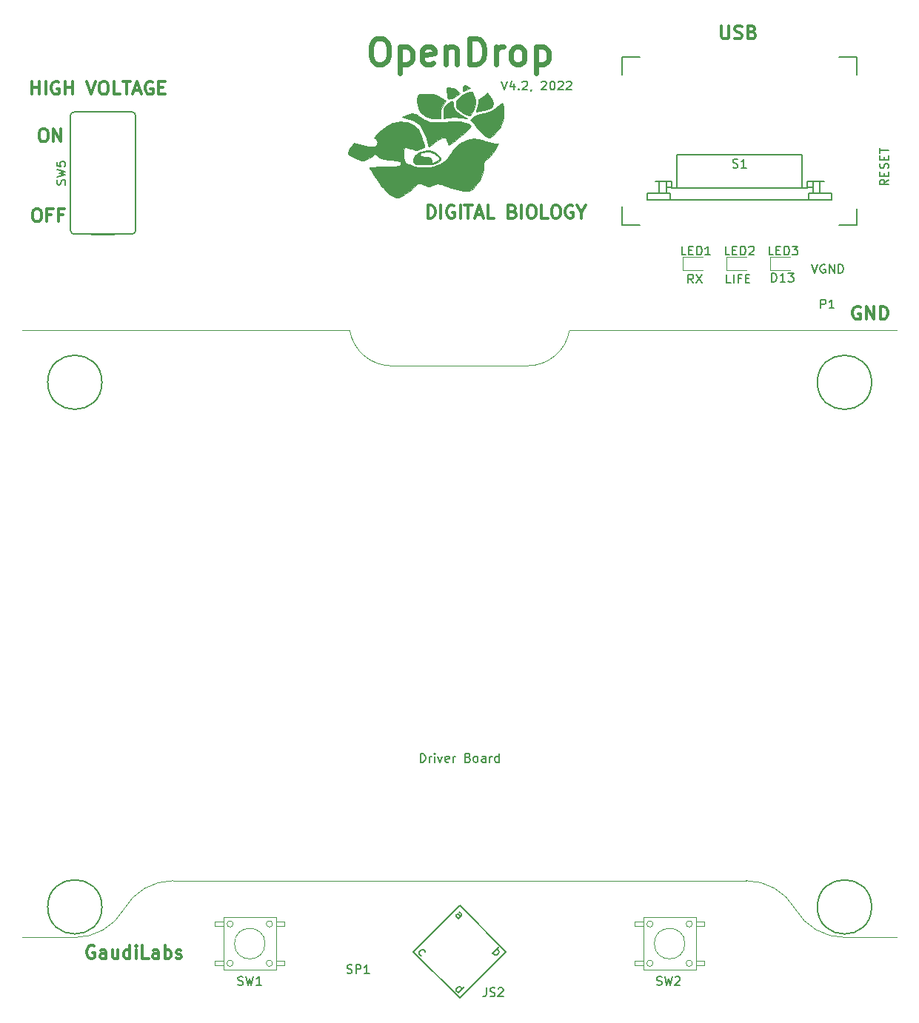
<source format=gbr>
G04 #@! TF.GenerationSoftware,KiCad,Pcbnew,5.1.5+dfsg1-2build2*
G04 #@! TF.CreationDate,2022-03-25T09:21:37+01:00*
G04 #@! TF.ProjectId,OpenDropV4,4f70656e-4472-46f7-9056-342e6b696361,rev?*
G04 #@! TF.SameCoordinates,Original*
G04 #@! TF.FileFunction,Legend,Top*
G04 #@! TF.FilePolarity,Positive*
%FSLAX46Y46*%
G04 Gerber Fmt 4.6, Leading zero omitted, Abs format (unit mm)*
G04 Created by KiCad (PCBNEW 5.1.5+dfsg1-2build2) date 2022-03-25 09:21:37*
%MOMM*%
%LPD*%
G04 APERTURE LIST*
%ADD10C,0.100000*%
%ADD11C,0.150000*%
%ADD12C,0.200000*%
%ADD13C,0.300000*%
%ADD14C,0.600000*%
%ADD15C,0.010000*%
%ADD16C,0.050000*%
%ADD17C,0.152400*%
%ADD18C,0.120000*%
G04 APERTURE END LIST*
D10*
X112600000Y-68000000D02*
X150000000Y-68000000D01*
X107716827Y-72115336D02*
G75*
G03X112570000Y-68027000I33173J4885336D01*
G01*
X92250000Y-72100000D02*
X107700000Y-72120000D01*
X92278753Y-72121673D02*
G75*
G02X87427000Y-68027000I-28753J4887673D01*
G01*
D11*
X95523809Y-117452380D02*
X95523809Y-116452380D01*
X95761904Y-116452380D01*
X95904761Y-116500000D01*
X96000000Y-116595238D01*
X96047619Y-116690476D01*
X96095238Y-116880952D01*
X96095238Y-117023809D01*
X96047619Y-117214285D01*
X96000000Y-117309523D01*
X95904761Y-117404761D01*
X95761904Y-117452380D01*
X95523809Y-117452380D01*
X96523809Y-117452380D02*
X96523809Y-116785714D01*
X96523809Y-116976190D02*
X96571428Y-116880952D01*
X96619047Y-116833333D01*
X96714285Y-116785714D01*
X96809523Y-116785714D01*
X97142857Y-117452380D02*
X97142857Y-116785714D01*
X97142857Y-116452380D02*
X97095238Y-116500000D01*
X97142857Y-116547619D01*
X97190476Y-116500000D01*
X97142857Y-116452380D01*
X97142857Y-116547619D01*
X97523809Y-116785714D02*
X97761904Y-117452380D01*
X98000000Y-116785714D01*
X98761904Y-117404761D02*
X98666666Y-117452380D01*
X98476190Y-117452380D01*
X98380952Y-117404761D01*
X98333333Y-117309523D01*
X98333333Y-116928571D01*
X98380952Y-116833333D01*
X98476190Y-116785714D01*
X98666666Y-116785714D01*
X98761904Y-116833333D01*
X98809523Y-116928571D01*
X98809523Y-117023809D01*
X98333333Y-117119047D01*
X99238095Y-117452380D02*
X99238095Y-116785714D01*
X99238095Y-116976190D02*
X99285714Y-116880952D01*
X99333333Y-116833333D01*
X99428571Y-116785714D01*
X99523809Y-116785714D01*
X100952380Y-116928571D02*
X101095238Y-116976190D01*
X101142857Y-117023809D01*
X101190476Y-117119047D01*
X101190476Y-117261904D01*
X101142857Y-117357142D01*
X101095238Y-117404761D01*
X101000000Y-117452380D01*
X100619047Y-117452380D01*
X100619047Y-116452380D01*
X100952380Y-116452380D01*
X101047619Y-116500000D01*
X101095238Y-116547619D01*
X101142857Y-116642857D01*
X101142857Y-116738095D01*
X101095238Y-116833333D01*
X101047619Y-116880952D01*
X100952380Y-116928571D01*
X100619047Y-116928571D01*
X101761904Y-117452380D02*
X101666666Y-117404761D01*
X101619047Y-117357142D01*
X101571428Y-117261904D01*
X101571428Y-116976190D01*
X101619047Y-116880952D01*
X101666666Y-116833333D01*
X101761904Y-116785714D01*
X101904761Y-116785714D01*
X102000000Y-116833333D01*
X102047619Y-116880952D01*
X102095238Y-116976190D01*
X102095238Y-117261904D01*
X102047619Y-117357142D01*
X102000000Y-117404761D01*
X101904761Y-117452380D01*
X101761904Y-117452380D01*
X102952380Y-117452380D02*
X102952380Y-116928571D01*
X102904761Y-116833333D01*
X102809523Y-116785714D01*
X102619047Y-116785714D01*
X102523809Y-116833333D01*
X102952380Y-117404761D02*
X102857142Y-117452380D01*
X102619047Y-117452380D01*
X102523809Y-117404761D01*
X102476190Y-117309523D01*
X102476190Y-117214285D01*
X102523809Y-117119047D01*
X102619047Y-117071428D01*
X102857142Y-117071428D01*
X102952380Y-117023809D01*
X103428571Y-117452380D02*
X103428571Y-116785714D01*
X103428571Y-116976190D02*
X103476190Y-116880952D01*
X103523809Y-116833333D01*
X103619047Y-116785714D01*
X103714285Y-116785714D01*
X104476190Y-117452380D02*
X104476190Y-116452380D01*
X104476190Y-117404761D02*
X104380952Y-117452380D01*
X104190476Y-117452380D01*
X104095238Y-117404761D01*
X104047619Y-117357142D01*
X104000000Y-117261904D01*
X104000000Y-116976190D01*
X104047619Y-116880952D01*
X104095238Y-116833333D01*
X104190476Y-116785714D01*
X104380952Y-116785714D01*
X104476190Y-116833333D01*
D10*
X144000000Y-137500000D02*
X150000000Y-137500000D01*
X132750417Y-130999277D02*
G75*
G02X138380000Y-134250000I-417J-6500723D01*
G01*
X144004583Y-137492062D02*
G75*
G02X138380000Y-134250000I-4583J6492062D01*
G01*
X61620835Y-134250000D02*
G75*
G02X67250000Y-131000000I5629165J-3250000D01*
G01*
X61629165Y-134250000D02*
G75*
G02X56000000Y-137500000I-5629165J3250000D01*
G01*
X50000000Y-137500000D02*
X56000000Y-137500000D01*
X67240000Y-131000000D02*
X132760000Y-131000000D01*
D11*
X149042380Y-50814380D02*
X148566190Y-51147714D01*
X149042380Y-51385809D02*
X148042380Y-51385809D01*
X148042380Y-51004857D01*
X148090000Y-50909619D01*
X148137619Y-50862000D01*
X148232857Y-50814380D01*
X148375714Y-50814380D01*
X148470952Y-50862000D01*
X148518571Y-50909619D01*
X148566190Y-51004857D01*
X148566190Y-51385809D01*
X148518571Y-50385809D02*
X148518571Y-50052476D01*
X149042380Y-49909619D02*
X149042380Y-50385809D01*
X148042380Y-50385809D01*
X148042380Y-49909619D01*
X148994761Y-49528666D02*
X149042380Y-49385809D01*
X149042380Y-49147714D01*
X148994761Y-49052476D01*
X148947142Y-49004857D01*
X148851904Y-48957238D01*
X148756666Y-48957238D01*
X148661428Y-49004857D01*
X148613809Y-49052476D01*
X148566190Y-49147714D01*
X148518571Y-49338190D01*
X148470952Y-49433428D01*
X148423333Y-49481047D01*
X148328095Y-49528666D01*
X148232857Y-49528666D01*
X148137619Y-49481047D01*
X148090000Y-49433428D01*
X148042380Y-49338190D01*
X148042380Y-49100095D01*
X148090000Y-48957238D01*
X148518571Y-48528666D02*
X148518571Y-48195333D01*
X149042380Y-48052476D02*
X149042380Y-48528666D01*
X148042380Y-48528666D01*
X148042380Y-48052476D01*
X148042380Y-47766761D02*
X148042380Y-47195333D01*
X149042380Y-47481047D02*
X148042380Y-47481047D01*
D12*
X140255857Y-60498380D02*
X140589190Y-61498380D01*
X140922523Y-60498380D01*
X141779666Y-60546000D02*
X141684428Y-60498380D01*
X141541571Y-60498380D01*
X141398714Y-60546000D01*
X141303476Y-60641238D01*
X141255857Y-60736476D01*
X141208238Y-60926952D01*
X141208238Y-61069809D01*
X141255857Y-61260285D01*
X141303476Y-61355523D01*
X141398714Y-61450761D01*
X141541571Y-61498380D01*
X141636809Y-61498380D01*
X141779666Y-61450761D01*
X141827285Y-61403142D01*
X141827285Y-61069809D01*
X141636809Y-61069809D01*
X142255857Y-61498380D02*
X142255857Y-60498380D01*
X142827285Y-61498380D01*
X142827285Y-60498380D01*
X143303476Y-61498380D02*
X143303476Y-60498380D01*
X143541571Y-60498380D01*
X143684428Y-60546000D01*
X143779666Y-60641238D01*
X143827285Y-60736476D01*
X143874904Y-60926952D01*
X143874904Y-61069809D01*
X143827285Y-61260285D01*
X143779666Y-61355523D01*
X143684428Y-61450761D01*
X143541571Y-61498380D01*
X143303476Y-61498380D01*
X135691714Y-62514380D02*
X135691714Y-61514380D01*
X135929809Y-61514380D01*
X136072666Y-61562000D01*
X136167904Y-61657238D01*
X136215523Y-61752476D01*
X136263142Y-61942952D01*
X136263142Y-62085809D01*
X136215523Y-62276285D01*
X136167904Y-62371523D01*
X136072666Y-62466761D01*
X135929809Y-62514380D01*
X135691714Y-62514380D01*
X137215523Y-62514380D02*
X136644095Y-62514380D01*
X136929809Y-62514380D02*
X136929809Y-61514380D01*
X136834571Y-61657238D01*
X136739333Y-61752476D01*
X136644095Y-61800095D01*
X137548857Y-61514380D02*
X138167904Y-61514380D01*
X137834571Y-61895333D01*
X137977428Y-61895333D01*
X138072666Y-61942952D01*
X138120285Y-61990571D01*
X138167904Y-62085809D01*
X138167904Y-62323904D01*
X138120285Y-62419142D01*
X138072666Y-62466761D01*
X137977428Y-62514380D01*
X137691714Y-62514380D01*
X137596476Y-62466761D01*
X137548857Y-62419142D01*
X131016476Y-62641380D02*
X130540285Y-62641380D01*
X130540285Y-61641380D01*
X131349809Y-62641380D02*
X131349809Y-61641380D01*
X132159333Y-62117571D02*
X131826000Y-62117571D01*
X131826000Y-62641380D02*
X131826000Y-61641380D01*
X132302190Y-61641380D01*
X132683142Y-62117571D02*
X133016476Y-62117571D01*
X133159333Y-62641380D02*
X132683142Y-62641380D01*
X132683142Y-61641380D01*
X133159333Y-61641380D01*
D13*
X129933142Y-33214571D02*
X129933142Y-34428857D01*
X130004571Y-34571714D01*
X130076000Y-34643142D01*
X130218857Y-34714571D01*
X130504571Y-34714571D01*
X130647428Y-34643142D01*
X130718857Y-34571714D01*
X130790285Y-34428857D01*
X130790285Y-33214571D01*
X131433142Y-34643142D02*
X131647428Y-34714571D01*
X132004571Y-34714571D01*
X132147428Y-34643142D01*
X132218857Y-34571714D01*
X132290285Y-34428857D01*
X132290285Y-34286000D01*
X132218857Y-34143142D01*
X132147428Y-34071714D01*
X132004571Y-34000285D01*
X131718857Y-33928857D01*
X131576000Y-33857428D01*
X131504571Y-33786000D01*
X131433142Y-33643142D01*
X131433142Y-33500285D01*
X131504571Y-33357428D01*
X131576000Y-33286000D01*
X131718857Y-33214571D01*
X132076000Y-33214571D01*
X132290285Y-33286000D01*
X133433142Y-33928857D02*
X133647428Y-34000285D01*
X133718857Y-34071714D01*
X133790285Y-34214571D01*
X133790285Y-34428857D01*
X133718857Y-34571714D01*
X133647428Y-34643142D01*
X133504571Y-34714571D01*
X132933142Y-34714571D01*
X132933142Y-33214571D01*
X133433142Y-33214571D01*
X133576000Y-33286000D01*
X133647428Y-33357428D01*
X133718857Y-33500285D01*
X133718857Y-33643142D01*
X133647428Y-33786000D01*
X133576000Y-33857428D01*
X133433142Y-33928857D01*
X132933142Y-33928857D01*
X58217571Y-138493000D02*
X58074714Y-138421571D01*
X57860428Y-138421571D01*
X57646142Y-138493000D01*
X57503285Y-138635857D01*
X57431857Y-138778714D01*
X57360428Y-139064428D01*
X57360428Y-139278714D01*
X57431857Y-139564428D01*
X57503285Y-139707285D01*
X57646142Y-139850142D01*
X57860428Y-139921571D01*
X58003285Y-139921571D01*
X58217571Y-139850142D01*
X58289000Y-139778714D01*
X58289000Y-139278714D01*
X58003285Y-139278714D01*
X59574714Y-139921571D02*
X59574714Y-139135857D01*
X59503285Y-138993000D01*
X59360428Y-138921571D01*
X59074714Y-138921571D01*
X58931857Y-138993000D01*
X59574714Y-139850142D02*
X59431857Y-139921571D01*
X59074714Y-139921571D01*
X58931857Y-139850142D01*
X58860428Y-139707285D01*
X58860428Y-139564428D01*
X58931857Y-139421571D01*
X59074714Y-139350142D01*
X59431857Y-139350142D01*
X59574714Y-139278714D01*
X60931857Y-138921571D02*
X60931857Y-139921571D01*
X60289000Y-138921571D02*
X60289000Y-139707285D01*
X60360428Y-139850142D01*
X60503285Y-139921571D01*
X60717571Y-139921571D01*
X60860428Y-139850142D01*
X60931857Y-139778714D01*
X62289000Y-139921571D02*
X62289000Y-138421571D01*
X62289000Y-139850142D02*
X62146142Y-139921571D01*
X61860428Y-139921571D01*
X61717571Y-139850142D01*
X61646142Y-139778714D01*
X61574714Y-139635857D01*
X61574714Y-139207285D01*
X61646142Y-139064428D01*
X61717571Y-138993000D01*
X61860428Y-138921571D01*
X62146142Y-138921571D01*
X62289000Y-138993000D01*
X63003285Y-139921571D02*
X63003285Y-138921571D01*
X63003285Y-138421571D02*
X62931857Y-138493000D01*
X63003285Y-138564428D01*
X63074714Y-138493000D01*
X63003285Y-138421571D01*
X63003285Y-138564428D01*
X64431857Y-139921571D02*
X63717571Y-139921571D01*
X63717571Y-138421571D01*
X65574714Y-139921571D02*
X65574714Y-139135857D01*
X65503285Y-138993000D01*
X65360428Y-138921571D01*
X65074714Y-138921571D01*
X64931857Y-138993000D01*
X65574714Y-139850142D02*
X65431857Y-139921571D01*
X65074714Y-139921571D01*
X64931857Y-139850142D01*
X64860428Y-139707285D01*
X64860428Y-139564428D01*
X64931857Y-139421571D01*
X65074714Y-139350142D01*
X65431857Y-139350142D01*
X65574714Y-139278714D01*
X66289000Y-139921571D02*
X66289000Y-138421571D01*
X66289000Y-138993000D02*
X66431857Y-138921571D01*
X66717571Y-138921571D01*
X66860428Y-138993000D01*
X66931857Y-139064428D01*
X67003285Y-139207285D01*
X67003285Y-139635857D01*
X66931857Y-139778714D01*
X66860428Y-139850142D01*
X66717571Y-139921571D01*
X66431857Y-139921571D01*
X66289000Y-139850142D01*
X67574714Y-139850142D02*
X67717571Y-139921571D01*
X68003285Y-139921571D01*
X68146142Y-139850142D01*
X68217571Y-139707285D01*
X68217571Y-139635857D01*
X68146142Y-139493000D01*
X68003285Y-139421571D01*
X67789000Y-139421571D01*
X67646142Y-139350142D01*
X67574714Y-139207285D01*
X67574714Y-139135857D01*
X67646142Y-138993000D01*
X67789000Y-138921571D01*
X68003285Y-138921571D01*
X68146142Y-138993000D01*
D12*
X104791380Y-39543380D02*
X105124714Y-40543380D01*
X105458047Y-39543380D01*
X106219952Y-39876714D02*
X106219952Y-40543380D01*
X105981857Y-39495761D02*
X105743761Y-40210047D01*
X106362809Y-40210047D01*
X106743761Y-40448142D02*
X106791380Y-40495761D01*
X106743761Y-40543380D01*
X106696142Y-40495761D01*
X106743761Y-40448142D01*
X106743761Y-40543380D01*
X107172333Y-39638619D02*
X107219952Y-39591000D01*
X107315190Y-39543380D01*
X107553285Y-39543380D01*
X107648523Y-39591000D01*
X107696142Y-39638619D01*
X107743761Y-39733857D01*
X107743761Y-39829095D01*
X107696142Y-39971952D01*
X107124714Y-40543380D01*
X107743761Y-40543380D01*
X108219952Y-40495761D02*
X108219952Y-40543380D01*
X108172333Y-40638619D01*
X108124714Y-40686238D01*
X109362809Y-39638619D02*
X109410428Y-39591000D01*
X109505666Y-39543380D01*
X109743761Y-39543380D01*
X109839000Y-39591000D01*
X109886619Y-39638619D01*
X109934238Y-39733857D01*
X109934238Y-39829095D01*
X109886619Y-39971952D01*
X109315190Y-40543380D01*
X109934238Y-40543380D01*
X110553285Y-39543380D02*
X110648523Y-39543380D01*
X110743761Y-39591000D01*
X110791380Y-39638619D01*
X110839000Y-39733857D01*
X110886619Y-39924333D01*
X110886619Y-40162428D01*
X110839000Y-40352904D01*
X110791380Y-40448142D01*
X110743761Y-40495761D01*
X110648523Y-40543380D01*
X110553285Y-40543380D01*
X110458047Y-40495761D01*
X110410428Y-40448142D01*
X110362809Y-40352904D01*
X110315190Y-40162428D01*
X110315190Y-39924333D01*
X110362809Y-39733857D01*
X110410428Y-39638619D01*
X110458047Y-39591000D01*
X110553285Y-39543380D01*
X111267571Y-39638619D02*
X111315190Y-39591000D01*
X111410428Y-39543380D01*
X111648523Y-39543380D01*
X111743761Y-39591000D01*
X111791380Y-39638619D01*
X111839000Y-39733857D01*
X111839000Y-39829095D01*
X111791380Y-39971952D01*
X111219952Y-40543380D01*
X111839000Y-40543380D01*
X112219952Y-39638619D02*
X112267571Y-39591000D01*
X112362809Y-39543380D01*
X112600904Y-39543380D01*
X112696142Y-39591000D01*
X112743761Y-39638619D01*
X112791380Y-39733857D01*
X112791380Y-39829095D01*
X112743761Y-39971952D01*
X112172333Y-40543380D01*
X112791380Y-40543380D01*
D13*
X145796142Y-65376000D02*
X145653285Y-65304571D01*
X145439000Y-65304571D01*
X145224714Y-65376000D01*
X145081857Y-65518857D01*
X145010428Y-65661714D01*
X144939000Y-65947428D01*
X144939000Y-66161714D01*
X145010428Y-66447428D01*
X145081857Y-66590285D01*
X145224714Y-66733142D01*
X145439000Y-66804571D01*
X145581857Y-66804571D01*
X145796142Y-66733142D01*
X145867571Y-66661714D01*
X145867571Y-66161714D01*
X145581857Y-66161714D01*
X146510428Y-66804571D02*
X146510428Y-65304571D01*
X147367571Y-66804571D01*
X147367571Y-65304571D01*
X148081857Y-66804571D02*
X148081857Y-65304571D01*
X148439000Y-65304571D01*
X148653285Y-65376000D01*
X148796142Y-65518857D01*
X148867571Y-65661714D01*
X148939000Y-65947428D01*
X148939000Y-66161714D01*
X148867571Y-66447428D01*
X148796142Y-66590285D01*
X148653285Y-66733142D01*
X148439000Y-66804571D01*
X148081857Y-66804571D01*
D12*
X126706333Y-62641380D02*
X126373000Y-62165190D01*
X126134904Y-62641380D02*
X126134904Y-61641380D01*
X126515857Y-61641380D01*
X126611095Y-61689000D01*
X126658714Y-61736619D01*
X126706333Y-61831857D01*
X126706333Y-61974714D01*
X126658714Y-62069952D01*
X126611095Y-62117571D01*
X126515857Y-62165190D01*
X126134904Y-62165190D01*
X127039666Y-61641380D02*
X127706333Y-62641380D01*
X127706333Y-61641380D02*
X127039666Y-62641380D01*
D13*
X51530428Y-54128571D02*
X51816142Y-54128571D01*
X51959000Y-54200000D01*
X52101857Y-54342857D01*
X52173285Y-54628571D01*
X52173285Y-55128571D01*
X52101857Y-55414285D01*
X51959000Y-55557142D01*
X51816142Y-55628571D01*
X51530428Y-55628571D01*
X51387571Y-55557142D01*
X51244714Y-55414285D01*
X51173285Y-55128571D01*
X51173285Y-54628571D01*
X51244714Y-54342857D01*
X51387571Y-54200000D01*
X51530428Y-54128571D01*
X53316142Y-54842857D02*
X52816142Y-54842857D01*
X52816142Y-55628571D02*
X52816142Y-54128571D01*
X53530428Y-54128571D01*
X54601857Y-54842857D02*
X54101857Y-54842857D01*
X54101857Y-55628571D02*
X54101857Y-54128571D01*
X54816142Y-54128571D01*
X52284428Y-44984571D02*
X52570142Y-44984571D01*
X52713000Y-45056000D01*
X52855857Y-45198857D01*
X52927285Y-45484571D01*
X52927285Y-45984571D01*
X52855857Y-46270285D01*
X52713000Y-46413142D01*
X52570142Y-46484571D01*
X52284428Y-46484571D01*
X52141571Y-46413142D01*
X51998714Y-46270285D01*
X51927285Y-45984571D01*
X51927285Y-45484571D01*
X51998714Y-45198857D01*
X52141571Y-45056000D01*
X52284428Y-44984571D01*
X53570142Y-46484571D02*
X53570142Y-44984571D01*
X54427285Y-46484571D01*
X54427285Y-44984571D01*
X51102571Y-41064571D02*
X51102571Y-39564571D01*
X51102571Y-40278857D02*
X51959714Y-40278857D01*
X51959714Y-41064571D02*
X51959714Y-39564571D01*
X52674000Y-41064571D02*
X52674000Y-39564571D01*
X54174000Y-39636000D02*
X54031142Y-39564571D01*
X53816857Y-39564571D01*
X53602571Y-39636000D01*
X53459714Y-39778857D01*
X53388285Y-39921714D01*
X53316857Y-40207428D01*
X53316857Y-40421714D01*
X53388285Y-40707428D01*
X53459714Y-40850285D01*
X53602571Y-40993142D01*
X53816857Y-41064571D01*
X53959714Y-41064571D01*
X54174000Y-40993142D01*
X54245428Y-40921714D01*
X54245428Y-40421714D01*
X53959714Y-40421714D01*
X54888285Y-41064571D02*
X54888285Y-39564571D01*
X54888285Y-40278857D02*
X55745428Y-40278857D01*
X55745428Y-41064571D02*
X55745428Y-39564571D01*
X57388285Y-39564571D02*
X57888285Y-41064571D01*
X58388285Y-39564571D01*
X59174000Y-39564571D02*
X59459714Y-39564571D01*
X59602571Y-39636000D01*
X59745428Y-39778857D01*
X59816857Y-40064571D01*
X59816857Y-40564571D01*
X59745428Y-40850285D01*
X59602571Y-40993142D01*
X59459714Y-41064571D01*
X59174000Y-41064571D01*
X59031142Y-40993142D01*
X58888285Y-40850285D01*
X58816857Y-40564571D01*
X58816857Y-40064571D01*
X58888285Y-39778857D01*
X59031142Y-39636000D01*
X59174000Y-39564571D01*
X61174000Y-41064571D02*
X60459714Y-41064571D01*
X60459714Y-39564571D01*
X61459714Y-39564571D02*
X62316857Y-39564571D01*
X61888285Y-41064571D02*
X61888285Y-39564571D01*
X62745428Y-40636000D02*
X63459714Y-40636000D01*
X62602571Y-41064571D02*
X63102571Y-39564571D01*
X63602571Y-41064571D01*
X64888285Y-39636000D02*
X64745428Y-39564571D01*
X64531142Y-39564571D01*
X64316857Y-39636000D01*
X64174000Y-39778857D01*
X64102571Y-39921714D01*
X64031142Y-40207428D01*
X64031142Y-40421714D01*
X64102571Y-40707428D01*
X64174000Y-40850285D01*
X64316857Y-40993142D01*
X64531142Y-41064571D01*
X64674000Y-41064571D01*
X64888285Y-40993142D01*
X64959714Y-40921714D01*
X64959714Y-40421714D01*
X64674000Y-40421714D01*
X65602571Y-40278857D02*
X66102571Y-40278857D01*
X66316857Y-41064571D02*
X65602571Y-41064571D01*
X65602571Y-39564571D01*
X66316857Y-39564571D01*
D14*
X90571428Y-34638142D02*
X91142857Y-34638142D01*
X91428571Y-34781000D01*
X91714285Y-35066714D01*
X91857142Y-35638142D01*
X91857142Y-36638142D01*
X91714285Y-37209571D01*
X91428571Y-37495285D01*
X91142857Y-37638142D01*
X90571428Y-37638142D01*
X90285714Y-37495285D01*
X90000000Y-37209571D01*
X89857142Y-36638142D01*
X89857142Y-35638142D01*
X90000000Y-35066714D01*
X90285714Y-34781000D01*
X90571428Y-34638142D01*
X93142857Y-35638142D02*
X93142857Y-38638142D01*
X93142857Y-35781000D02*
X93428571Y-35638142D01*
X94000000Y-35638142D01*
X94285714Y-35781000D01*
X94428571Y-35923857D01*
X94571428Y-36209571D01*
X94571428Y-37066714D01*
X94428571Y-37352428D01*
X94285714Y-37495285D01*
X94000000Y-37638142D01*
X93428571Y-37638142D01*
X93142857Y-37495285D01*
X97000000Y-37495285D02*
X96714285Y-37638142D01*
X96142857Y-37638142D01*
X95857142Y-37495285D01*
X95714285Y-37209571D01*
X95714285Y-36066714D01*
X95857142Y-35781000D01*
X96142857Y-35638142D01*
X96714285Y-35638142D01*
X97000000Y-35781000D01*
X97142857Y-36066714D01*
X97142857Y-36352428D01*
X95714285Y-36638142D01*
X98428571Y-35638142D02*
X98428571Y-37638142D01*
X98428571Y-35923857D02*
X98571428Y-35781000D01*
X98857142Y-35638142D01*
X99285714Y-35638142D01*
X99571428Y-35781000D01*
X99714285Y-36066714D01*
X99714285Y-37638142D01*
X101142857Y-37638142D02*
X101142857Y-34638142D01*
X101857142Y-34638142D01*
X102285714Y-34781000D01*
X102571428Y-35066714D01*
X102714285Y-35352428D01*
X102857142Y-35923857D01*
X102857142Y-36352428D01*
X102714285Y-36923857D01*
X102571428Y-37209571D01*
X102285714Y-37495285D01*
X101857142Y-37638142D01*
X101142857Y-37638142D01*
X104142857Y-37638142D02*
X104142857Y-35638142D01*
X104142857Y-36209571D02*
X104285714Y-35923857D01*
X104428571Y-35781000D01*
X104714285Y-35638142D01*
X105000000Y-35638142D01*
X106428571Y-37638142D02*
X106142857Y-37495285D01*
X106000000Y-37352428D01*
X105857142Y-37066714D01*
X105857142Y-36209571D01*
X106000000Y-35923857D01*
X106142857Y-35781000D01*
X106428571Y-35638142D01*
X106857142Y-35638142D01*
X107142857Y-35781000D01*
X107285714Y-35923857D01*
X107428571Y-36209571D01*
X107428571Y-37066714D01*
X107285714Y-37352428D01*
X107142857Y-37495285D01*
X106857142Y-37638142D01*
X106428571Y-37638142D01*
X108714285Y-35638142D02*
X108714285Y-38638142D01*
X108714285Y-35781000D02*
X109000000Y-35638142D01*
X109571428Y-35638142D01*
X109857142Y-35781000D01*
X110000000Y-35923857D01*
X110142857Y-36209571D01*
X110142857Y-37066714D01*
X110000000Y-37352428D01*
X109857142Y-37495285D01*
X109571428Y-37638142D01*
X109000000Y-37638142D01*
X108714285Y-37495285D01*
D13*
X96354428Y-55247571D02*
X96354428Y-53747571D01*
X96711571Y-53747571D01*
X96925857Y-53819000D01*
X97068714Y-53961857D01*
X97140142Y-54104714D01*
X97211571Y-54390428D01*
X97211571Y-54604714D01*
X97140142Y-54890428D01*
X97068714Y-55033285D01*
X96925857Y-55176142D01*
X96711571Y-55247571D01*
X96354428Y-55247571D01*
X97854428Y-55247571D02*
X97854428Y-53747571D01*
X99354428Y-53819000D02*
X99211571Y-53747571D01*
X98997285Y-53747571D01*
X98783000Y-53819000D01*
X98640142Y-53961857D01*
X98568714Y-54104714D01*
X98497285Y-54390428D01*
X98497285Y-54604714D01*
X98568714Y-54890428D01*
X98640142Y-55033285D01*
X98783000Y-55176142D01*
X98997285Y-55247571D01*
X99140142Y-55247571D01*
X99354428Y-55176142D01*
X99425857Y-55104714D01*
X99425857Y-54604714D01*
X99140142Y-54604714D01*
X100068714Y-55247571D02*
X100068714Y-53747571D01*
X100568714Y-53747571D02*
X101425857Y-53747571D01*
X100997285Y-55247571D02*
X100997285Y-53747571D01*
X101854428Y-54819000D02*
X102568714Y-54819000D01*
X101711571Y-55247571D02*
X102211571Y-53747571D01*
X102711571Y-55247571D01*
X103925857Y-55247571D02*
X103211571Y-55247571D01*
X103211571Y-53747571D01*
X106068714Y-54461857D02*
X106283000Y-54533285D01*
X106354428Y-54604714D01*
X106425857Y-54747571D01*
X106425857Y-54961857D01*
X106354428Y-55104714D01*
X106283000Y-55176142D01*
X106140142Y-55247571D01*
X105568714Y-55247571D01*
X105568714Y-53747571D01*
X106068714Y-53747571D01*
X106211571Y-53819000D01*
X106283000Y-53890428D01*
X106354428Y-54033285D01*
X106354428Y-54176142D01*
X106283000Y-54319000D01*
X106211571Y-54390428D01*
X106068714Y-54461857D01*
X105568714Y-54461857D01*
X107068714Y-55247571D02*
X107068714Y-53747571D01*
X108068714Y-53747571D02*
X108354428Y-53747571D01*
X108497285Y-53819000D01*
X108640142Y-53961857D01*
X108711571Y-54247571D01*
X108711571Y-54747571D01*
X108640142Y-55033285D01*
X108497285Y-55176142D01*
X108354428Y-55247571D01*
X108068714Y-55247571D01*
X107925857Y-55176142D01*
X107783000Y-55033285D01*
X107711571Y-54747571D01*
X107711571Y-54247571D01*
X107783000Y-53961857D01*
X107925857Y-53819000D01*
X108068714Y-53747571D01*
X110068714Y-55247571D02*
X109354428Y-55247571D01*
X109354428Y-53747571D01*
X110854428Y-53747571D02*
X111140142Y-53747571D01*
X111283000Y-53819000D01*
X111425857Y-53961857D01*
X111497285Y-54247571D01*
X111497285Y-54747571D01*
X111425857Y-55033285D01*
X111283000Y-55176142D01*
X111140142Y-55247571D01*
X110854428Y-55247571D01*
X110711571Y-55176142D01*
X110568714Y-55033285D01*
X110497285Y-54747571D01*
X110497285Y-54247571D01*
X110568714Y-53961857D01*
X110711571Y-53819000D01*
X110854428Y-53747571D01*
X112925857Y-53819000D02*
X112783000Y-53747571D01*
X112568714Y-53747571D01*
X112354428Y-53819000D01*
X112211571Y-53961857D01*
X112140142Y-54104714D01*
X112068714Y-54390428D01*
X112068714Y-54604714D01*
X112140142Y-54890428D01*
X112211571Y-55033285D01*
X112354428Y-55176142D01*
X112568714Y-55247571D01*
X112711571Y-55247571D01*
X112925857Y-55176142D01*
X112997285Y-55104714D01*
X112997285Y-54604714D01*
X112711571Y-54604714D01*
X113925857Y-54533285D02*
X113925857Y-55247571D01*
X113425857Y-53747571D02*
X113925857Y-54533285D01*
X114425857Y-53747571D01*
D10*
X50000000Y-68000000D02*
X87440000Y-68000000D01*
D11*
X59100000Y-134000000D02*
G75*
G03X59100000Y-134000000I-3100000J0D01*
G01*
D15*
G36*
X100639585Y-40006138D02*
G01*
X100788163Y-40086581D01*
X100923026Y-40175785D01*
X101223906Y-40389703D01*
X100820101Y-40526101D01*
X100609382Y-40595253D01*
X100448386Y-40644331D01*
X100373148Y-40662500D01*
X100342111Y-40607636D01*
X100330936Y-40487875D01*
X100359982Y-40301548D01*
X100430541Y-40123704D01*
X100520543Y-40003893D01*
X100555448Y-39983823D01*
X100639585Y-40006138D01*
G37*
X100639585Y-40006138D02*
X100788163Y-40086581D01*
X100923026Y-40175785D01*
X101223906Y-40389703D01*
X100820101Y-40526101D01*
X100609382Y-40595253D01*
X100448386Y-40644331D01*
X100373148Y-40662500D01*
X100342111Y-40607636D01*
X100330936Y-40487875D01*
X100359982Y-40301548D01*
X100430541Y-40123704D01*
X100520543Y-40003893D01*
X100555448Y-39983823D01*
X100639585Y-40006138D01*
G36*
X98821389Y-40257366D02*
G01*
X99036131Y-40307818D01*
X99260880Y-40375955D01*
X99459304Y-40452887D01*
X99504500Y-40474441D01*
X99698810Y-40596271D01*
X99870018Y-40740370D01*
X99879730Y-40750544D01*
X100032710Y-40914448D01*
X99725997Y-41185349D01*
X99462143Y-41383071D01*
X99221889Y-41482459D01*
X99160266Y-41494134D01*
X98968617Y-41529388D01*
X98819104Y-41569155D01*
X98796486Y-41577862D01*
X98717479Y-41580423D01*
X98652708Y-41492440D01*
X98610167Y-41381227D01*
X98572210Y-41212582D01*
X98544851Y-40985891D01*
X98529496Y-40738375D01*
X98527552Y-40507255D01*
X98540424Y-40329751D01*
X98567248Y-40245084D01*
X98652984Y-40233491D01*
X98821389Y-40257366D01*
G37*
X98821389Y-40257366D02*
X99036131Y-40307818D01*
X99260880Y-40375955D01*
X99459304Y-40452887D01*
X99504500Y-40474441D01*
X99698810Y-40596271D01*
X99870018Y-40740370D01*
X99879730Y-40750544D01*
X100032710Y-40914448D01*
X99725997Y-41185349D01*
X99462143Y-41383071D01*
X99221889Y-41482459D01*
X99160266Y-41494134D01*
X98968617Y-41529388D01*
X98819104Y-41569155D01*
X98796486Y-41577862D01*
X98717479Y-41580423D01*
X98652708Y-41492440D01*
X98610167Y-41381227D01*
X98572210Y-41212582D01*
X98544851Y-40985891D01*
X98529496Y-40738375D01*
X98527552Y-40507255D01*
X98540424Y-40329751D01*
X98567248Y-40245084D01*
X98652984Y-40233491D01*
X98821389Y-40257366D01*
G36*
X103359911Y-41139358D02*
G01*
X103618027Y-41477048D01*
X103766620Y-41778423D01*
X103810975Y-42061468D01*
X103756377Y-42344168D01*
X103732252Y-42406572D01*
X103649368Y-42553144D01*
X103525896Y-42666189D01*
X103340696Y-42755686D01*
X103072627Y-42831617D01*
X102700550Y-42903965D01*
X102666567Y-42909743D01*
X102390282Y-42958674D01*
X102153353Y-43004854D01*
X101989264Y-43041549D01*
X101941168Y-43055637D01*
X101865486Y-43067627D01*
X101874335Y-42995543D01*
X101882358Y-42975399D01*
X102037641Y-42498286D01*
X102105722Y-42044920D01*
X102108000Y-41955010D01*
X102113164Y-41756238D01*
X102142521Y-41643529D01*
X102216860Y-41575990D01*
X102326415Y-41525444D01*
X102493276Y-41431479D01*
X102696902Y-41283758D01*
X102842203Y-41160076D01*
X103139576Y-40885967D01*
X103359911Y-41139358D01*
G37*
X103359911Y-41139358D02*
X103618027Y-41477048D01*
X103766620Y-41778423D01*
X103810975Y-42061468D01*
X103756377Y-42344168D01*
X103732252Y-42406572D01*
X103649368Y-42553144D01*
X103525896Y-42666189D01*
X103340696Y-42755686D01*
X103072627Y-42831617D01*
X102700550Y-42903965D01*
X102666567Y-42909743D01*
X102390282Y-42958674D01*
X102153353Y-43004854D01*
X101989264Y-43041549D01*
X101941168Y-43055637D01*
X101865486Y-43067627D01*
X101874335Y-42995543D01*
X101882358Y-42975399D01*
X102037641Y-42498286D01*
X102105722Y-42044920D01*
X102108000Y-41955010D01*
X102113164Y-41756238D01*
X102142521Y-41643529D01*
X102216860Y-41575990D01*
X102326415Y-41525444D01*
X102493276Y-41431479D01*
X102696902Y-41283758D01*
X102842203Y-41160076D01*
X103139576Y-40885967D01*
X103359911Y-41139358D01*
G36*
X101437067Y-40757035D02*
G01*
X101504143Y-40844775D01*
X101585322Y-41023455D01*
X101586817Y-41026930D01*
X101740238Y-41447729D01*
X101808471Y-41811992D01*
X101796969Y-42152142D01*
X101786596Y-42214698D01*
X101730431Y-42424952D01*
X101638502Y-42673579D01*
X101524820Y-42932007D01*
X101403395Y-43171666D01*
X101288238Y-43363985D01*
X101193361Y-43480394D01*
X101155500Y-43501632D01*
X101039977Y-43487227D01*
X100866701Y-43434989D01*
X100806250Y-43411800D01*
X100525236Y-43274961D01*
X100227690Y-43093706D01*
X99956072Y-42896684D01*
X99752843Y-42712545D01*
X99727767Y-42684128D01*
X99600373Y-42440970D01*
X99565647Y-42151002D01*
X99624816Y-41855547D01*
X99698685Y-41704287D01*
X99901748Y-41460444D01*
X100192519Y-41219444D01*
X100533441Y-41005039D01*
X100886953Y-40840980D01*
X101203169Y-40752916D01*
X101348580Y-40734870D01*
X101437067Y-40757035D01*
G37*
X101437067Y-40757035D02*
X101504143Y-40844775D01*
X101585322Y-41023455D01*
X101586817Y-41026930D01*
X101740238Y-41447729D01*
X101808471Y-41811992D01*
X101796969Y-42152142D01*
X101786596Y-42214698D01*
X101730431Y-42424952D01*
X101638502Y-42673579D01*
X101524820Y-42932007D01*
X101403395Y-43171666D01*
X101288238Y-43363985D01*
X101193361Y-43480394D01*
X101155500Y-43501632D01*
X101039977Y-43487227D01*
X100866701Y-43434989D01*
X100806250Y-43411800D01*
X100525236Y-43274961D01*
X100227690Y-43093706D01*
X99956072Y-42896684D01*
X99752843Y-42712545D01*
X99727767Y-42684128D01*
X99600373Y-42440970D01*
X99565647Y-42151002D01*
X99624816Y-41855547D01*
X99698685Y-41704287D01*
X99901748Y-41460444D01*
X100192519Y-41219444D01*
X100533441Y-41005039D01*
X100886953Y-40840980D01*
X101203169Y-40752916D01*
X101348580Y-40734870D01*
X101437067Y-40757035D01*
G36*
X99212427Y-41847023D02*
G01*
X99245272Y-41972603D01*
X99250500Y-42125529D01*
X99294907Y-42477074D01*
X99433717Y-42788999D01*
X99675316Y-43071404D01*
X100028088Y-43334388D01*
X100441125Y-43559699D01*
X100709297Y-43694580D01*
X100860230Y-43783474D01*
X100894349Y-43828190D01*
X100812077Y-43830538D01*
X100613839Y-43792325D01*
X100488750Y-43762827D01*
X100266543Y-43727883D01*
X99954865Y-43703960D01*
X99590818Y-43691685D01*
X99211506Y-43691685D01*
X98854031Y-43704590D01*
X98561613Y-43730236D01*
X98158477Y-43781723D01*
X98180613Y-43179115D01*
X98203221Y-42831614D01*
X98252515Y-42577336D01*
X98345363Y-42382884D01*
X98498632Y-42214859D01*
X98729189Y-42039867D01*
X98770121Y-42011875D01*
X98992359Y-41870801D01*
X99133959Y-41814470D01*
X99212427Y-41847023D01*
G37*
X99212427Y-41847023D02*
X99245272Y-41972603D01*
X99250500Y-42125529D01*
X99294907Y-42477074D01*
X99433717Y-42788999D01*
X99675316Y-43071404D01*
X100028088Y-43334388D01*
X100441125Y-43559699D01*
X100709297Y-43694580D01*
X100860230Y-43783474D01*
X100894349Y-43828190D01*
X100812077Y-43830538D01*
X100613839Y-43792325D01*
X100488750Y-43762827D01*
X100266543Y-43727883D01*
X99954865Y-43703960D01*
X99590818Y-43691685D01*
X99211506Y-43691685D01*
X98854031Y-43704590D01*
X98561613Y-43730236D01*
X98158477Y-43781723D01*
X98180613Y-43179115D01*
X98203221Y-42831614D01*
X98252515Y-42577336D01*
X98345363Y-42382884D01*
X98498632Y-42214859D01*
X98729189Y-42039867D01*
X98770121Y-42011875D01*
X98992359Y-41870801D01*
X99133959Y-41814470D01*
X99212427Y-41847023D01*
G36*
X96430152Y-40996634D02*
G01*
X96750822Y-41014199D01*
X96989213Y-41043668D01*
X97190021Y-41094484D01*
X97397941Y-41176091D01*
X97499948Y-41222665D01*
X97755634Y-41353779D01*
X98002963Y-41499471D01*
X98177397Y-41620066D01*
X98425453Y-41816531D01*
X98205112Y-42073950D01*
X97962293Y-42445561D01*
X97828083Y-42870776D01*
X97799193Y-43360376D01*
X97801084Y-43398306D01*
X97825901Y-43837500D01*
X97347575Y-43831121D01*
X97074489Y-43820227D01*
X96817163Y-43797777D01*
X96631024Y-43768616D01*
X96630138Y-43768408D01*
X96222644Y-43622313D01*
X95857214Y-43395991D01*
X95558154Y-43110232D01*
X95349768Y-42785828D01*
X95288623Y-42620846D01*
X95202410Y-42239373D01*
X95154804Y-41864662D01*
X95149609Y-41537877D01*
X95172440Y-41363167D01*
X95221326Y-41219485D01*
X95310818Y-41132361D01*
X95481055Y-41065010D01*
X95506159Y-41057312D01*
X95793030Y-41006413D01*
X96196267Y-40991160D01*
X96430152Y-40996634D01*
G37*
X96430152Y-40996634D02*
X96750822Y-41014199D01*
X96989213Y-41043668D01*
X97190021Y-41094484D01*
X97397941Y-41176091D01*
X97499948Y-41222665D01*
X97755634Y-41353779D01*
X98002963Y-41499471D01*
X98177397Y-41620066D01*
X98425453Y-41816531D01*
X98205112Y-42073950D01*
X97962293Y-42445561D01*
X97828083Y-42870776D01*
X97799193Y-43360376D01*
X97801084Y-43398306D01*
X97825901Y-43837500D01*
X97347575Y-43831121D01*
X97074489Y-43820227D01*
X96817163Y-43797777D01*
X96631024Y-43768616D01*
X96630138Y-43768408D01*
X96222644Y-43622313D01*
X95857214Y-43395991D01*
X95558154Y-43110232D01*
X95349768Y-42785828D01*
X95288623Y-42620846D01*
X95202410Y-42239373D01*
X95154804Y-41864662D01*
X95149609Y-41537877D01*
X95172440Y-41363167D01*
X95221326Y-41219485D01*
X95310818Y-41132361D01*
X95481055Y-41065010D01*
X95506159Y-41057312D01*
X95793030Y-41006413D01*
X96196267Y-40991160D01*
X96430152Y-40996634D01*
G36*
X104859450Y-42059278D02*
G01*
X104899488Y-42114306D01*
X104911141Y-42135164D01*
X104948631Y-42261981D01*
X104982147Y-42482923D01*
X105007419Y-42765117D01*
X105016788Y-42948500D01*
X105008754Y-43527172D01*
X104933519Y-44031179D01*
X104783843Y-44497810D01*
X104666319Y-44753716D01*
X104564072Y-44915862D01*
X104405777Y-45121150D01*
X104211760Y-45348047D01*
X104002348Y-45575019D01*
X103797868Y-45780531D01*
X103618646Y-45943049D01*
X103485010Y-46041040D01*
X103433321Y-46059949D01*
X103327496Y-46033194D01*
X103159656Y-45965526D01*
X103073295Y-45924790D01*
X102840756Y-45775138D01*
X102567510Y-45545177D01*
X102280886Y-45261841D01*
X102008208Y-44952060D01*
X101785446Y-44655558D01*
X101629767Y-44439993D01*
X101473067Y-44244936D01*
X101360198Y-44123541D01*
X101187250Y-43963052D01*
X101377750Y-43804101D01*
X101702301Y-43562198D01*
X102019961Y-43396723D01*
X102379395Y-43286395D01*
X102693065Y-43228905D01*
X103187583Y-43127267D01*
X103604363Y-42972204D01*
X103985475Y-42743173D01*
X104372989Y-42419629D01*
X104397592Y-42396546D01*
X104599678Y-42207568D01*
X104730228Y-42095382D01*
X104809924Y-42049461D01*
X104859450Y-42059278D01*
G37*
X104859450Y-42059278D02*
X104899488Y-42114306D01*
X104911141Y-42135164D01*
X104948631Y-42261981D01*
X104982147Y-42482923D01*
X105007419Y-42765117D01*
X105016788Y-42948500D01*
X105008754Y-43527172D01*
X104933519Y-44031179D01*
X104783843Y-44497810D01*
X104666319Y-44753716D01*
X104564072Y-44915862D01*
X104405777Y-45121150D01*
X104211760Y-45348047D01*
X104002348Y-45575019D01*
X103797868Y-45780531D01*
X103618646Y-45943049D01*
X103485010Y-46041040D01*
X103433321Y-46059949D01*
X103327496Y-46033194D01*
X103159656Y-45965526D01*
X103073295Y-45924790D01*
X102840756Y-45775138D01*
X102567510Y-45545177D01*
X102280886Y-45261841D01*
X102008208Y-44952060D01*
X101785446Y-44655558D01*
X101629767Y-44439993D01*
X101473067Y-44244936D01*
X101360198Y-44123541D01*
X101187250Y-43963052D01*
X101377750Y-43804101D01*
X101702301Y-43562198D01*
X102019961Y-43396723D01*
X102379395Y-43286395D01*
X102693065Y-43228905D01*
X103187583Y-43127267D01*
X103604363Y-42972204D01*
X103985475Y-42743173D01*
X104372989Y-42419629D01*
X104397592Y-42396546D01*
X104599678Y-42207568D01*
X104730228Y-42095382D01*
X104809924Y-42049461D01*
X104859450Y-42059278D01*
G36*
X94890765Y-43282199D02*
G01*
X95161085Y-43413690D01*
X95209067Y-43447897D01*
X95617142Y-43742860D01*
X95961254Y-43961998D01*
X96271354Y-44114983D01*
X96577389Y-44211488D01*
X96909309Y-44261185D01*
X97297062Y-44273747D01*
X97726500Y-44260928D01*
X98097474Y-44239992D01*
X98484713Y-44211824D01*
X98836858Y-44180470D01*
X99056062Y-44156161D01*
X99573687Y-44119907D01*
X100061854Y-44152889D01*
X100072062Y-44154284D01*
X100359774Y-44210903D01*
X100650847Y-44296577D01*
X100915401Y-44399250D01*
X101123559Y-44506865D01*
X101245441Y-44607367D01*
X101260532Y-44633843D01*
X101241898Y-44760160D01*
X101113444Y-44948619D01*
X100875730Y-45198556D01*
X100529319Y-45509305D01*
X100497208Y-45536535D01*
X100188068Y-45792515D01*
X99872494Y-46044633D01*
X99566505Y-46281077D01*
X99286117Y-46490038D01*
X99047349Y-46659706D01*
X98866218Y-46778270D01*
X98758743Y-46833920D01*
X98737329Y-46834132D01*
X98699261Y-46751026D01*
X98645527Y-46591402D01*
X98619941Y-46504500D01*
X98508440Y-46216581D01*
X98368323Y-46048751D01*
X98203050Y-45996500D01*
X98014185Y-46037375D01*
X97761090Y-46149133D01*
X97471883Y-46315476D01*
X97174680Y-46520104D01*
X96897599Y-46746716D01*
X96877675Y-46764820D01*
X96659021Y-46954080D01*
X96509664Y-47058759D01*
X96436473Y-47074227D01*
X96431401Y-47065638D01*
X96404207Y-46968548D01*
X96353459Y-46782559D01*
X96288360Y-46541475D01*
X96261385Y-46441000D01*
X96088642Y-45852478D01*
X95912375Y-45374008D01*
X95723531Y-44988765D01*
X95513057Y-44679922D01*
X95271902Y-44430651D01*
X95112398Y-44305305D01*
X94812988Y-44107069D01*
X94538553Y-43967235D01*
X94236510Y-43863050D01*
X93903467Y-43782219D01*
X93393799Y-43672576D01*
X93850735Y-43461961D01*
X94254777Y-43306135D01*
X94595058Y-43246281D01*
X94890765Y-43282199D01*
G37*
X94890765Y-43282199D02*
X95161085Y-43413690D01*
X95209067Y-43447897D01*
X95617142Y-43742860D01*
X95961254Y-43961998D01*
X96271354Y-44114983D01*
X96577389Y-44211488D01*
X96909309Y-44261185D01*
X97297062Y-44273747D01*
X97726500Y-44260928D01*
X98097474Y-44239992D01*
X98484713Y-44211824D01*
X98836858Y-44180470D01*
X99056062Y-44156161D01*
X99573687Y-44119907D01*
X100061854Y-44152889D01*
X100072062Y-44154284D01*
X100359774Y-44210903D01*
X100650847Y-44296577D01*
X100915401Y-44399250D01*
X101123559Y-44506865D01*
X101245441Y-44607367D01*
X101260532Y-44633843D01*
X101241898Y-44760160D01*
X101113444Y-44948619D01*
X100875730Y-45198556D01*
X100529319Y-45509305D01*
X100497208Y-45536535D01*
X100188068Y-45792515D01*
X99872494Y-46044633D01*
X99566505Y-46281077D01*
X99286117Y-46490038D01*
X99047349Y-46659706D01*
X98866218Y-46778270D01*
X98758743Y-46833920D01*
X98737329Y-46834132D01*
X98699261Y-46751026D01*
X98645527Y-46591402D01*
X98619941Y-46504500D01*
X98508440Y-46216581D01*
X98368323Y-46048751D01*
X98203050Y-45996500D01*
X98014185Y-46037375D01*
X97761090Y-46149133D01*
X97471883Y-46315476D01*
X97174680Y-46520104D01*
X96897599Y-46746716D01*
X96877675Y-46764820D01*
X96659021Y-46954080D01*
X96509664Y-47058759D01*
X96436473Y-47074227D01*
X96431401Y-47065638D01*
X96404207Y-46968548D01*
X96353459Y-46782559D01*
X96288360Y-46541475D01*
X96261385Y-46441000D01*
X96088642Y-45852478D01*
X95912375Y-45374008D01*
X95723531Y-44988765D01*
X95513057Y-44679922D01*
X95271902Y-44430651D01*
X95112398Y-44305305D01*
X94812988Y-44107069D01*
X94538553Y-43967235D01*
X94236510Y-43863050D01*
X93903467Y-43782219D01*
X93393799Y-43672576D01*
X93850735Y-43461961D01*
X94254777Y-43306135D01*
X94595058Y-43246281D01*
X94890765Y-43282199D01*
G36*
X96670631Y-47499539D02*
G01*
X96748867Y-47521369D01*
X97064953Y-47654124D01*
X97347006Y-47828187D01*
X97578020Y-48026235D01*
X97740990Y-48230942D01*
X97818910Y-48424983D01*
X97796194Y-48588424D01*
X97653248Y-48741140D01*
X97407662Y-48879289D01*
X97083765Y-48991024D01*
X96871448Y-49038719D01*
X96617809Y-49071089D01*
X96295584Y-49091500D01*
X95940197Y-49099995D01*
X95587074Y-49096618D01*
X95271640Y-49081415D01*
X95029321Y-49054429D01*
X94945865Y-49036307D01*
X94755570Y-48928102D01*
X94659087Y-48752513D01*
X94656541Y-48527899D01*
X94748060Y-48272619D01*
X94933769Y-48005031D01*
X94938759Y-47999322D01*
X95023819Y-47929234D01*
X95478360Y-47929234D01*
X95485062Y-47962942D01*
X95518939Y-48043026D01*
X95587449Y-48100804D01*
X95714937Y-48145625D01*
X95925748Y-48186840D01*
X96159152Y-48221858D01*
X96393726Y-48262953D01*
X96583623Y-48310429D01*
X96688563Y-48354171D01*
X96689716Y-48355101D01*
X96744453Y-48460192D01*
X96772876Y-48631279D01*
X96774000Y-48672485D01*
X96780123Y-48830506D01*
X96815731Y-48891799D01*
X96906681Y-48886581D01*
X96948625Y-48876564D01*
X97135615Y-48819791D01*
X97327334Y-48748459D01*
X97523972Y-48621492D01*
X97642198Y-48452104D01*
X97663000Y-48347142D01*
X97610259Y-48241005D01*
X97469401Y-48101011D01*
X97266467Y-47948947D01*
X97027500Y-47806602D01*
X96999798Y-47792304D01*
X96824336Y-47711466D01*
X96666699Y-47666757D01*
X96481723Y-47651054D01*
X96224246Y-47657230D01*
X96163064Y-47660307D01*
X95832962Y-47689830D01*
X95616815Y-47740919D01*
X95502616Y-47818934D01*
X95478360Y-47929234D01*
X95023819Y-47929234D01*
X95198272Y-47785490D01*
X95540356Y-47618262D01*
X95925870Y-47507970D01*
X96315676Y-47464951D01*
X96670631Y-47499539D01*
G37*
X96670631Y-47499539D02*
X96748867Y-47521369D01*
X97064953Y-47654124D01*
X97347006Y-47828187D01*
X97578020Y-48026235D01*
X97740990Y-48230942D01*
X97818910Y-48424983D01*
X97796194Y-48588424D01*
X97653248Y-48741140D01*
X97407662Y-48879289D01*
X97083765Y-48991024D01*
X96871448Y-49038719D01*
X96617809Y-49071089D01*
X96295584Y-49091500D01*
X95940197Y-49099995D01*
X95587074Y-49096618D01*
X95271640Y-49081415D01*
X95029321Y-49054429D01*
X94945865Y-49036307D01*
X94755570Y-48928102D01*
X94659087Y-48752513D01*
X94656541Y-48527899D01*
X94748060Y-48272619D01*
X94933769Y-48005031D01*
X94938759Y-47999322D01*
X95023819Y-47929234D01*
X95478360Y-47929234D01*
X95485062Y-47962942D01*
X95518939Y-48043026D01*
X95587449Y-48100804D01*
X95714937Y-48145625D01*
X95925748Y-48186840D01*
X96159152Y-48221858D01*
X96393726Y-48262953D01*
X96583623Y-48310429D01*
X96688563Y-48354171D01*
X96689716Y-48355101D01*
X96744453Y-48460192D01*
X96772876Y-48631279D01*
X96774000Y-48672485D01*
X96780123Y-48830506D01*
X96815731Y-48891799D01*
X96906681Y-48886581D01*
X96948625Y-48876564D01*
X97135615Y-48819791D01*
X97327334Y-48748459D01*
X97523972Y-48621492D01*
X97642198Y-48452104D01*
X97663000Y-48347142D01*
X97610259Y-48241005D01*
X97469401Y-48101011D01*
X97266467Y-47948947D01*
X97027500Y-47806602D01*
X96999798Y-47792304D01*
X96824336Y-47711466D01*
X96666699Y-47666757D01*
X96481723Y-47651054D01*
X96224246Y-47657230D01*
X96163064Y-47660307D01*
X95832962Y-47689830D01*
X95616815Y-47740919D01*
X95502616Y-47818934D01*
X95478360Y-47929234D01*
X95023819Y-47929234D01*
X95198272Y-47785490D01*
X95540356Y-47618262D01*
X95925870Y-47507970D01*
X96315676Y-47464951D01*
X96670631Y-47499539D01*
G36*
X93661175Y-44205626D02*
G01*
X94034988Y-44267416D01*
X94145417Y-44300450D01*
X94579927Y-44493792D01*
X94952121Y-44743344D01*
X95230884Y-45028004D01*
X95243545Y-45045167D01*
X95343292Y-45220036D01*
X95464528Y-45489958D01*
X95596805Y-45827069D01*
X95729670Y-46203504D01*
X95852674Y-46591400D01*
X95939344Y-46900379D01*
X96001213Y-47137509D01*
X95737088Y-47208630D01*
X95504873Y-47284390D01*
X95279193Y-47377635D01*
X95250357Y-47391683D01*
X95145370Y-47441070D01*
X95054714Y-47463628D01*
X94948515Y-47455154D01*
X94796900Y-47411445D01*
X94569994Y-47328298D01*
X94435879Y-47277093D01*
X94139247Y-47169237D01*
X93936578Y-47110832D01*
X93806998Y-47097100D01*
X93738025Y-47117423D01*
X93644894Y-47243034D01*
X93585332Y-47462319D01*
X93560669Y-47746109D01*
X93572237Y-48065237D01*
X93621370Y-48390536D01*
X93671132Y-48582046D01*
X93777211Y-48781970D01*
X93945192Y-48958721D01*
X94135690Y-49077630D01*
X94268666Y-49108000D01*
X94415947Y-49137189D01*
X94610073Y-49210809D01*
X94692419Y-49250875D01*
X94811745Y-49307717D01*
X94933724Y-49347225D01*
X95084147Y-49372489D01*
X95288803Y-49386599D01*
X95573481Y-49392643D01*
X95885000Y-49393750D01*
X96307598Y-49389294D01*
X96631924Y-49374232D01*
X96886450Y-49346021D01*
X97099649Y-49302116D01*
X97186750Y-49277461D01*
X97728216Y-49048606D01*
X98241390Y-48707351D01*
X98710743Y-48267656D01*
X99120747Y-47743477D01*
X99377402Y-47308260D01*
X99476474Y-47140668D01*
X99596335Y-47000094D01*
X99765498Y-46859829D01*
X100012475Y-46693162D01*
X100079123Y-46650905D01*
X100492784Y-46412087D01*
X100871884Y-46247482D01*
X101241287Y-46155254D01*
X101625859Y-46133566D01*
X102050465Y-46180580D01*
X102539970Y-46294460D01*
X103002562Y-46434927D01*
X103370061Y-46546450D01*
X103700014Y-46631384D01*
X103962959Y-46682734D01*
X104097937Y-46695000D01*
X104271946Y-46702446D01*
X104378398Y-46721354D01*
X104394000Y-46733736D01*
X104366234Y-46805436D01*
X104293506Y-46955820D01*
X104193502Y-47148645D01*
X104002516Y-47460581D01*
X103756608Y-47795967D01*
X103485174Y-48119433D01*
X103217608Y-48395608D01*
X103014624Y-48567155D01*
X102872606Y-48675621D01*
X102793277Y-48768390D01*
X102757814Y-48887828D01*
X102747396Y-49076301D01*
X102746126Y-49171500D01*
X102696917Y-49695493D01*
X102555211Y-50220151D01*
X102376646Y-50649039D01*
X102200765Y-50974737D01*
X101983461Y-51307223D01*
X101750083Y-51612328D01*
X101525978Y-51855881D01*
X101404076Y-51960054D01*
X101162569Y-52081617D01*
X100852389Y-52137046D01*
X100466340Y-52125506D01*
X99997224Y-52046163D01*
X99437844Y-51898181D01*
X98781004Y-51680727D01*
X98679000Y-51644017D01*
X98277299Y-51499031D01*
X97972502Y-51394696D01*
X97742097Y-51328431D01*
X97563572Y-51297655D01*
X97414413Y-51299787D01*
X97272110Y-51332247D01*
X97114151Y-51392454D01*
X96982601Y-51449555D01*
X96756484Y-51543800D01*
X96580657Y-51593878D01*
X96419629Y-51597216D01*
X96237906Y-51551245D01*
X95999996Y-51453392D01*
X95806109Y-51364332D01*
X95567467Y-51269792D01*
X95383973Y-51229553D01*
X95315595Y-51234584D01*
X95222512Y-51291362D01*
X95059483Y-51417446D01*
X94848709Y-51594747D01*
X94612392Y-51805177D01*
X94589247Y-51826392D01*
X94152853Y-52208341D01*
X93777674Y-52493541D01*
X93452090Y-52689279D01*
X93164478Y-52802845D01*
X92976795Y-52837605D01*
X92785133Y-52841369D01*
X92607128Y-52804865D01*
X92393971Y-52715459D01*
X92277466Y-52656625D01*
X91912999Y-52419571D01*
X91533634Y-52084668D01*
X91445822Y-51994689D01*
X91284029Y-51810485D01*
X91089152Y-51566787D01*
X90872326Y-51279958D01*
X90644688Y-50966360D01*
X90417375Y-50642355D01*
X90201522Y-50324307D01*
X90008267Y-50028577D01*
X89848745Y-49771528D01*
X89734094Y-49569523D01*
X89675448Y-49438923D01*
X89677432Y-49396429D01*
X89760624Y-49388461D01*
X89952722Y-49379396D01*
X90235642Y-49369791D01*
X90591301Y-49360201D01*
X91001614Y-49351184D01*
X91356489Y-49344766D01*
X91862324Y-49335418D01*
X92256804Y-49325185D01*
X92555570Y-49312886D01*
X92774268Y-49297341D01*
X92928541Y-49277370D01*
X93034032Y-49251791D01*
X93106384Y-49219425D01*
X93118614Y-49211799D01*
X93244772Y-49072273D01*
X93279551Y-48905443D01*
X93216400Y-48755421D01*
X93190118Y-48730210D01*
X93094021Y-48696718D01*
X92898965Y-48660978D01*
X92632832Y-48627161D01*
X92323501Y-48599442D01*
X92309753Y-48598457D01*
X91804231Y-48548436D01*
X91395280Y-48472536D01*
X91053657Y-48362190D01*
X90750118Y-48208829D01*
X90567869Y-48088132D01*
X90294821Y-47892043D01*
X90089535Y-48065262D01*
X89919331Y-48186290D01*
X89688670Y-48321331D01*
X89432182Y-48453436D01*
X89184493Y-48565656D01*
X88980230Y-48641041D01*
X88867323Y-48663500D01*
X88763797Y-48636321D01*
X88572420Y-48561870D01*
X88318372Y-48450774D01*
X88026835Y-48313658D01*
X87954799Y-48278411D01*
X87643222Y-48123466D01*
X87429226Y-48011164D01*
X87296003Y-47928971D01*
X87226747Y-47864352D01*
X87204651Y-47804774D01*
X87212907Y-47737702D01*
X87215513Y-47727061D01*
X87299022Y-47511960D01*
X87444569Y-47247008D01*
X87627174Y-46974854D01*
X87741634Y-46828822D01*
X87922189Y-46613394D01*
X88871469Y-46844707D01*
X89214790Y-46925703D01*
X89526453Y-46994317D01*
X89780111Y-47045110D01*
X89949416Y-47072648D01*
X89992387Y-47076010D01*
X90253942Y-47029642D01*
X90456977Y-46903057D01*
X90543997Y-46780259D01*
X90607930Y-46567806D01*
X90569234Y-46396037D01*
X90421837Y-46226829D01*
X90229175Y-46055166D01*
X90342462Y-45860557D01*
X90491162Y-45669740D01*
X90728100Y-45440040D01*
X91028141Y-45189804D01*
X91366149Y-44937379D01*
X91716987Y-44701112D01*
X92055521Y-44499350D01*
X92356613Y-44350440D01*
X92472546Y-44305781D01*
X92827216Y-44224976D01*
X93241006Y-44191535D01*
X93661175Y-44205626D01*
G37*
X93661175Y-44205626D02*
X94034988Y-44267416D01*
X94145417Y-44300450D01*
X94579927Y-44493792D01*
X94952121Y-44743344D01*
X95230884Y-45028004D01*
X95243545Y-45045167D01*
X95343292Y-45220036D01*
X95464528Y-45489958D01*
X95596805Y-45827069D01*
X95729670Y-46203504D01*
X95852674Y-46591400D01*
X95939344Y-46900379D01*
X96001213Y-47137509D01*
X95737088Y-47208630D01*
X95504873Y-47284390D01*
X95279193Y-47377635D01*
X95250357Y-47391683D01*
X95145370Y-47441070D01*
X95054714Y-47463628D01*
X94948515Y-47455154D01*
X94796900Y-47411445D01*
X94569994Y-47328298D01*
X94435879Y-47277093D01*
X94139247Y-47169237D01*
X93936578Y-47110832D01*
X93806998Y-47097100D01*
X93738025Y-47117423D01*
X93644894Y-47243034D01*
X93585332Y-47462319D01*
X93560669Y-47746109D01*
X93572237Y-48065237D01*
X93621370Y-48390536D01*
X93671132Y-48582046D01*
X93777211Y-48781970D01*
X93945192Y-48958721D01*
X94135690Y-49077630D01*
X94268666Y-49108000D01*
X94415947Y-49137189D01*
X94610073Y-49210809D01*
X94692419Y-49250875D01*
X94811745Y-49307717D01*
X94933724Y-49347225D01*
X95084147Y-49372489D01*
X95288803Y-49386599D01*
X95573481Y-49392643D01*
X95885000Y-49393750D01*
X96307598Y-49389294D01*
X96631924Y-49374232D01*
X96886450Y-49346021D01*
X97099649Y-49302116D01*
X97186750Y-49277461D01*
X97728216Y-49048606D01*
X98241390Y-48707351D01*
X98710743Y-48267656D01*
X99120747Y-47743477D01*
X99377402Y-47308260D01*
X99476474Y-47140668D01*
X99596335Y-47000094D01*
X99765498Y-46859829D01*
X100012475Y-46693162D01*
X100079123Y-46650905D01*
X100492784Y-46412087D01*
X100871884Y-46247482D01*
X101241287Y-46155254D01*
X101625859Y-46133566D01*
X102050465Y-46180580D01*
X102539970Y-46294460D01*
X103002562Y-46434927D01*
X103370061Y-46546450D01*
X103700014Y-46631384D01*
X103962959Y-46682734D01*
X104097937Y-46695000D01*
X104271946Y-46702446D01*
X104378398Y-46721354D01*
X104394000Y-46733736D01*
X104366234Y-46805436D01*
X104293506Y-46955820D01*
X104193502Y-47148645D01*
X104002516Y-47460581D01*
X103756608Y-47795967D01*
X103485174Y-48119433D01*
X103217608Y-48395608D01*
X103014624Y-48567155D01*
X102872606Y-48675621D01*
X102793277Y-48768390D01*
X102757814Y-48887828D01*
X102747396Y-49076301D01*
X102746126Y-49171500D01*
X102696917Y-49695493D01*
X102555211Y-50220151D01*
X102376646Y-50649039D01*
X102200765Y-50974737D01*
X101983461Y-51307223D01*
X101750083Y-51612328D01*
X101525978Y-51855881D01*
X101404076Y-51960054D01*
X101162569Y-52081617D01*
X100852389Y-52137046D01*
X100466340Y-52125506D01*
X99997224Y-52046163D01*
X99437844Y-51898181D01*
X98781004Y-51680727D01*
X98679000Y-51644017D01*
X98277299Y-51499031D01*
X97972502Y-51394696D01*
X97742097Y-51328431D01*
X97563572Y-51297655D01*
X97414413Y-51299787D01*
X97272110Y-51332247D01*
X97114151Y-51392454D01*
X96982601Y-51449555D01*
X96756484Y-51543800D01*
X96580657Y-51593878D01*
X96419629Y-51597216D01*
X96237906Y-51551245D01*
X95999996Y-51453392D01*
X95806109Y-51364332D01*
X95567467Y-51269792D01*
X95383973Y-51229553D01*
X95315595Y-51234584D01*
X95222512Y-51291362D01*
X95059483Y-51417446D01*
X94848709Y-51594747D01*
X94612392Y-51805177D01*
X94589247Y-51826392D01*
X94152853Y-52208341D01*
X93777674Y-52493541D01*
X93452090Y-52689279D01*
X93164478Y-52802845D01*
X92976795Y-52837605D01*
X92785133Y-52841369D01*
X92607128Y-52804865D01*
X92393971Y-52715459D01*
X92277466Y-52656625D01*
X91912999Y-52419571D01*
X91533634Y-52084668D01*
X91445822Y-51994689D01*
X91284029Y-51810485D01*
X91089152Y-51566787D01*
X90872326Y-51279958D01*
X90644688Y-50966360D01*
X90417375Y-50642355D01*
X90201522Y-50324307D01*
X90008267Y-50028577D01*
X89848745Y-49771528D01*
X89734094Y-49569523D01*
X89675448Y-49438923D01*
X89677432Y-49396429D01*
X89760624Y-49388461D01*
X89952722Y-49379396D01*
X90235642Y-49369791D01*
X90591301Y-49360201D01*
X91001614Y-49351184D01*
X91356489Y-49344766D01*
X91862324Y-49335418D01*
X92256804Y-49325185D01*
X92555570Y-49312886D01*
X92774268Y-49297341D01*
X92928541Y-49277370D01*
X93034032Y-49251791D01*
X93106384Y-49219425D01*
X93118614Y-49211799D01*
X93244772Y-49072273D01*
X93279551Y-48905443D01*
X93216400Y-48755421D01*
X93190118Y-48730210D01*
X93094021Y-48696718D01*
X92898965Y-48660978D01*
X92632832Y-48627161D01*
X92323501Y-48599442D01*
X92309753Y-48598457D01*
X91804231Y-48548436D01*
X91395280Y-48472536D01*
X91053657Y-48362190D01*
X90750118Y-48208829D01*
X90567869Y-48088132D01*
X90294821Y-47892043D01*
X90089535Y-48065262D01*
X89919331Y-48186290D01*
X89688670Y-48321331D01*
X89432182Y-48453436D01*
X89184493Y-48565656D01*
X88980230Y-48641041D01*
X88867323Y-48663500D01*
X88763797Y-48636321D01*
X88572420Y-48561870D01*
X88318372Y-48450774D01*
X88026835Y-48313658D01*
X87954799Y-48278411D01*
X87643222Y-48123466D01*
X87429226Y-48011164D01*
X87296003Y-47928971D01*
X87226747Y-47864352D01*
X87204651Y-47804774D01*
X87212907Y-47737702D01*
X87215513Y-47727061D01*
X87299022Y-47511960D01*
X87444569Y-47247008D01*
X87627174Y-46974854D01*
X87741634Y-46828822D01*
X87922189Y-46613394D01*
X88871469Y-46844707D01*
X89214790Y-46925703D01*
X89526453Y-46994317D01*
X89780111Y-47045110D01*
X89949416Y-47072648D01*
X89992387Y-47076010D01*
X90253942Y-47029642D01*
X90456977Y-46903057D01*
X90543997Y-46780259D01*
X90607930Y-46567806D01*
X90569234Y-46396037D01*
X90421837Y-46226829D01*
X90229175Y-46055166D01*
X90342462Y-45860557D01*
X90491162Y-45669740D01*
X90728100Y-45440040D01*
X91028141Y-45189804D01*
X91366149Y-44937379D01*
X91716987Y-44701112D01*
X92055521Y-44499350D01*
X92356613Y-44350440D01*
X92472546Y-44305781D01*
X92827216Y-44224976D01*
X93241006Y-44191535D01*
X93661175Y-44205626D01*
D11*
X62980000Y-46315000D02*
X62980000Y-43565000D01*
X62980000Y-56565000D02*
X62980000Y-53815000D01*
X55980000Y-57065000D02*
X62480000Y-57065000D01*
X55980000Y-43065000D02*
X62480000Y-43065000D01*
X55480000Y-46315000D02*
X55480000Y-43565000D01*
X55480000Y-56565000D02*
X55480000Y-53815000D01*
X55980000Y-43065000D02*
G75*
G03X55480000Y-43565000I0J-500000D01*
G01*
X62980000Y-43565000D02*
G75*
G03X62480000Y-43065000I-500000J0D01*
G01*
X62480000Y-57065000D02*
G75*
G03X62980000Y-56565000I0J500000D01*
G01*
X55480000Y-56565000D02*
G75*
G03X55980000Y-57065000I500000J0D01*
G01*
X60500000Y-57115000D02*
X57960000Y-57115000D01*
X62980000Y-53875000D02*
X62980000Y-46255000D01*
X57960000Y-43015000D02*
X60500000Y-43015000D01*
X55480000Y-46255000D02*
X55480000Y-53875000D01*
D16*
X78603553Y-135950000D02*
G75*
G03X78603553Y-135950000I-353553J0D01*
G01*
X74103553Y-135950000D02*
G75*
G03X74103553Y-135950000I-353553J0D01*
G01*
X74103553Y-140450000D02*
G75*
G03X74103553Y-140450000I-353553J0D01*
G01*
X78603553Y-140450000D02*
G75*
G03X78603553Y-140450000I-353553J0D01*
G01*
X73000000Y-135700000D02*
X72000000Y-135700000D01*
X72000000Y-135700000D02*
X72000000Y-136200000D01*
X72000000Y-136200000D02*
X73000000Y-136200000D01*
X79000000Y-136200000D02*
X80000000Y-136200000D01*
X80000000Y-136200000D02*
X80000000Y-135700000D01*
X80000000Y-135700000D02*
X79000000Y-135700000D01*
X79000000Y-140700000D02*
X80000000Y-140700000D01*
X80000000Y-140700000D02*
X80000000Y-140200000D01*
X80000000Y-140200000D02*
X79000000Y-140200000D01*
X73000000Y-140700000D02*
X72000000Y-140700000D01*
X72000000Y-140700000D02*
X72000000Y-140200000D01*
X73000000Y-140200000D02*
X72000000Y-140200000D01*
X73000000Y-141200000D02*
X73000000Y-135200000D01*
X73000000Y-135200000D02*
X79000000Y-135200000D01*
X79000000Y-135200000D02*
X79000000Y-141200000D01*
X77749200Y-138200000D02*
G75*
G03X77749200Y-138200000I-1749200J0D01*
G01*
X79000000Y-141200000D02*
X73000000Y-141200000D01*
X126603553Y-135950000D02*
G75*
G03X126603553Y-135950000I-353553J0D01*
G01*
X122103553Y-135950000D02*
G75*
G03X122103553Y-135950000I-353553J0D01*
G01*
X122103553Y-140450000D02*
G75*
G03X122103553Y-140450000I-353553J0D01*
G01*
X126603553Y-140450000D02*
G75*
G03X126603553Y-140450000I-353553J0D01*
G01*
X121000000Y-135700000D02*
X120000000Y-135700000D01*
X120000000Y-135700000D02*
X120000000Y-136200000D01*
X120000000Y-136200000D02*
X121000000Y-136200000D01*
X127000000Y-136200000D02*
X128000000Y-136200000D01*
X128000000Y-136200000D02*
X128000000Y-135700000D01*
X128000000Y-135700000D02*
X127000000Y-135700000D01*
X127000000Y-140700000D02*
X128000000Y-140700000D01*
X128000000Y-140700000D02*
X128000000Y-140200000D01*
X128000000Y-140200000D02*
X127000000Y-140200000D01*
X121000000Y-140700000D02*
X120000000Y-140700000D01*
X120000000Y-140700000D02*
X120000000Y-140200000D01*
X121000000Y-140200000D02*
X120000000Y-140200000D01*
X121000000Y-141200000D02*
X121000000Y-135200000D01*
X121000000Y-135200000D02*
X127000000Y-135200000D01*
X127000000Y-135200000D02*
X127000000Y-141200000D01*
X125749200Y-138200000D02*
G75*
G03X125749200Y-138200000I-1749200J0D01*
G01*
X127000000Y-141200000D02*
X121000000Y-141200000D01*
D11*
X145400000Y-36825000D02*
X143400000Y-36825000D01*
X145400000Y-36825000D02*
X145400000Y-38825000D01*
X145400000Y-56025000D02*
X145400000Y-54125000D01*
X145400000Y-56025000D02*
X143400000Y-56025000D01*
X118600000Y-56025000D02*
X120600000Y-56025000D01*
X118600000Y-56025000D02*
X118600000Y-53925000D01*
X118600000Y-36825000D02*
X118600000Y-38825000D01*
X118600000Y-36825000D02*
X120600000Y-36825000D01*
X124837200Y-47985000D02*
X124837200Y-51803000D01*
X122337200Y-50990200D02*
X124242200Y-50990200D01*
X124242200Y-50990200D02*
X124242200Y-51803000D01*
X124242200Y-51803000D02*
X139757800Y-51803000D01*
X139757800Y-51803000D02*
X139757800Y-50990200D01*
X139757800Y-50990200D02*
X141662800Y-50990200D01*
X139162800Y-51803000D02*
X139162800Y-47985000D01*
X141205600Y-50990200D02*
X141205600Y-52361800D01*
X139757800Y-51701400D02*
X140392800Y-51701400D01*
X140392800Y-50990200D02*
X140392800Y-52361800D01*
X124242200Y-51701400D02*
X123607200Y-51701400D01*
X122794400Y-50990200D02*
X122794400Y-52361800D01*
X123607200Y-50990200D02*
X123607200Y-52361800D01*
X121448200Y-53174600D02*
X121448200Y-52361800D01*
X121448200Y-52361800D02*
X124089800Y-52361800D01*
X124089800Y-52361800D02*
X124089800Y-53174600D01*
X121448200Y-53174600D02*
X142551800Y-53174600D01*
X142551800Y-53174600D02*
X142551800Y-52361800D01*
X142551800Y-52361800D02*
X139910200Y-52361800D01*
X139910200Y-52361800D02*
X139910200Y-53174600D01*
X124837200Y-47985000D02*
X139162800Y-47985000D01*
D17*
X105303101Y-139115800D02*
X99999800Y-144419101D01*
X99999800Y-144419101D02*
X94696499Y-139115800D01*
X94696499Y-139115800D02*
X99999800Y-133812499D01*
X99999800Y-133812499D02*
X105303101Y-139115800D01*
D11*
X59100000Y-74000000D02*
G75*
G03X59100000Y-74000000I-3100000J0D01*
G01*
X147100000Y-74000000D02*
G75*
G03X147100000Y-74000000I-3100000J0D01*
G01*
X147100000Y-134000000D02*
G75*
G03X147100000Y-134000000I-3100000J0D01*
G01*
D18*
X125515000Y-61146000D02*
X127800000Y-61146000D01*
X125515000Y-59676000D02*
X125515000Y-61146000D01*
X127800000Y-59676000D02*
X125515000Y-59676000D01*
X132800000Y-59676000D02*
X130515000Y-59676000D01*
X130515000Y-59676000D02*
X130515000Y-61146000D01*
X130515000Y-61146000D02*
X132800000Y-61146000D01*
X137800000Y-59676000D02*
X135515000Y-59676000D01*
X135515000Y-59676000D02*
X135515000Y-61146000D01*
X135515000Y-61146000D02*
X137800000Y-61146000D01*
D11*
X87130095Y-141558761D02*
X87272952Y-141606380D01*
X87511047Y-141606380D01*
X87606285Y-141558761D01*
X87653904Y-141511142D01*
X87701523Y-141415904D01*
X87701523Y-141320666D01*
X87653904Y-141225428D01*
X87606285Y-141177809D01*
X87511047Y-141130190D01*
X87320571Y-141082571D01*
X87225333Y-141034952D01*
X87177714Y-140987333D01*
X87130095Y-140892095D01*
X87130095Y-140796857D01*
X87177714Y-140701619D01*
X87225333Y-140654000D01*
X87320571Y-140606380D01*
X87558666Y-140606380D01*
X87701523Y-140654000D01*
X88130095Y-141606380D02*
X88130095Y-140606380D01*
X88511047Y-140606380D01*
X88606285Y-140654000D01*
X88653904Y-140701619D01*
X88701523Y-140796857D01*
X88701523Y-140939714D01*
X88653904Y-141034952D01*
X88606285Y-141082571D01*
X88511047Y-141130190D01*
X88130095Y-141130190D01*
X89653904Y-141606380D02*
X89082476Y-141606380D01*
X89368190Y-141606380D02*
X89368190Y-140606380D01*
X89272952Y-140749238D01*
X89177714Y-140844476D01*
X89082476Y-140892095D01*
X54884761Y-51398333D02*
X54932380Y-51255476D01*
X54932380Y-51017380D01*
X54884761Y-50922142D01*
X54837142Y-50874523D01*
X54741904Y-50826904D01*
X54646666Y-50826904D01*
X54551428Y-50874523D01*
X54503809Y-50922142D01*
X54456190Y-51017380D01*
X54408571Y-51207857D01*
X54360952Y-51303095D01*
X54313333Y-51350714D01*
X54218095Y-51398333D01*
X54122857Y-51398333D01*
X54027619Y-51350714D01*
X53980000Y-51303095D01*
X53932380Y-51207857D01*
X53932380Y-50969761D01*
X53980000Y-50826904D01*
X53932380Y-50493571D02*
X54932380Y-50255476D01*
X54218095Y-50065000D01*
X54932380Y-49874523D01*
X53932380Y-49636428D01*
X53932380Y-48779285D02*
X53932380Y-49255476D01*
X54408571Y-49303095D01*
X54360952Y-49255476D01*
X54313333Y-49160238D01*
X54313333Y-48922142D01*
X54360952Y-48826904D01*
X54408571Y-48779285D01*
X54503809Y-48731666D01*
X54741904Y-48731666D01*
X54837142Y-48779285D01*
X54884761Y-48826904D01*
X54932380Y-48922142D01*
X54932380Y-49160238D01*
X54884761Y-49255476D01*
X54837142Y-49303095D01*
X74660666Y-142904761D02*
X74803523Y-142952380D01*
X75041619Y-142952380D01*
X75136857Y-142904761D01*
X75184476Y-142857142D01*
X75232095Y-142761904D01*
X75232095Y-142666666D01*
X75184476Y-142571428D01*
X75136857Y-142523809D01*
X75041619Y-142476190D01*
X74851142Y-142428571D01*
X74755904Y-142380952D01*
X74708285Y-142333333D01*
X74660666Y-142238095D01*
X74660666Y-142142857D01*
X74708285Y-142047619D01*
X74755904Y-142000000D01*
X74851142Y-141952380D01*
X75089238Y-141952380D01*
X75232095Y-142000000D01*
X75565428Y-141952380D02*
X75803523Y-142952380D01*
X75994000Y-142238095D01*
X76184476Y-142952380D01*
X76422571Y-141952380D01*
X77327333Y-142952380D02*
X76755904Y-142952380D01*
X77041619Y-142952380D02*
X77041619Y-141952380D01*
X76946380Y-142095238D01*
X76851142Y-142190476D01*
X76755904Y-142238095D01*
X122539666Y-142904761D02*
X122682523Y-142952380D01*
X122920619Y-142952380D01*
X123015857Y-142904761D01*
X123063476Y-142857142D01*
X123111095Y-142761904D01*
X123111095Y-142666666D01*
X123063476Y-142571428D01*
X123015857Y-142523809D01*
X122920619Y-142476190D01*
X122730142Y-142428571D01*
X122634904Y-142380952D01*
X122587285Y-142333333D01*
X122539666Y-142238095D01*
X122539666Y-142142857D01*
X122587285Y-142047619D01*
X122634904Y-142000000D01*
X122730142Y-141952380D01*
X122968238Y-141952380D01*
X123111095Y-142000000D01*
X123444428Y-141952380D02*
X123682523Y-142952380D01*
X123873000Y-142238095D01*
X124063476Y-142952380D01*
X124301571Y-141952380D01*
X124634904Y-142047619D02*
X124682523Y-142000000D01*
X124777761Y-141952380D01*
X125015857Y-141952380D01*
X125111095Y-142000000D01*
X125158714Y-142047619D01*
X125206333Y-142142857D01*
X125206333Y-142238095D01*
X125158714Y-142380952D01*
X124587285Y-142952380D01*
X125206333Y-142952380D01*
X131238095Y-49413761D02*
X131380952Y-49461380D01*
X131619047Y-49461380D01*
X131714285Y-49413761D01*
X131761904Y-49366142D01*
X131809523Y-49270904D01*
X131809523Y-49175666D01*
X131761904Y-49080428D01*
X131714285Y-49032809D01*
X131619047Y-48985190D01*
X131428571Y-48937571D01*
X131333333Y-48889952D01*
X131285714Y-48842333D01*
X131238095Y-48747095D01*
X131238095Y-48651857D01*
X131285714Y-48556619D01*
X131333333Y-48509000D01*
X131428571Y-48461380D01*
X131666666Y-48461380D01*
X131809523Y-48509000D01*
X132761904Y-49461380D02*
X132190476Y-49461380D01*
X132476190Y-49461380D02*
X132476190Y-48461380D01*
X132380952Y-48604238D01*
X132285714Y-48699476D01*
X132190476Y-48747095D01*
X103040476Y-143252380D02*
X103040476Y-143966666D01*
X102992857Y-144109523D01*
X102897619Y-144204761D01*
X102754761Y-144252380D01*
X102659523Y-144252380D01*
X103469047Y-144204761D02*
X103611904Y-144252380D01*
X103850000Y-144252380D01*
X103945238Y-144204761D01*
X103992857Y-144157142D01*
X104040476Y-144061904D01*
X104040476Y-143966666D01*
X103992857Y-143871428D01*
X103945238Y-143823809D01*
X103850000Y-143776190D01*
X103659523Y-143728571D01*
X103564285Y-143680952D01*
X103516666Y-143633333D01*
X103469047Y-143538095D01*
X103469047Y-143442857D01*
X103516666Y-143347619D01*
X103564285Y-143300000D01*
X103659523Y-143252380D01*
X103897619Y-143252380D01*
X104040476Y-143300000D01*
X104421428Y-143347619D02*
X104469047Y-143300000D01*
X104564285Y-143252380D01*
X104802380Y-143252380D01*
X104897619Y-143300000D01*
X104945238Y-143347619D01*
X104992857Y-143442857D01*
X104992857Y-143538095D01*
X104945238Y-143680952D01*
X104373809Y-144252380D01*
X104992857Y-144252380D01*
X99831441Y-143829845D02*
X100538548Y-143122738D01*
X99865112Y-143796173D02*
X99764097Y-143762502D01*
X99629410Y-143627815D01*
X99595738Y-143526799D01*
X99595738Y-143459456D01*
X99629410Y-143358441D01*
X99831441Y-143156410D01*
X99932456Y-143122738D01*
X99999799Y-143122738D01*
X100100815Y-143156410D01*
X100235502Y-143291097D01*
X100269174Y-143392112D01*
X95639307Y-139570368D02*
X95538292Y-139536696D01*
X95403605Y-139402009D01*
X95369933Y-139300994D01*
X95369933Y-139233651D01*
X95403605Y-139132635D01*
X95605636Y-138930605D01*
X95706651Y-138896933D01*
X95773994Y-138896933D01*
X95875010Y-138930605D01*
X96009697Y-139065292D01*
X96043368Y-139166307D01*
X103771036Y-139284158D02*
X104478143Y-138577051D01*
X104208769Y-138846425D02*
X104309784Y-138880097D01*
X104444471Y-139014784D01*
X104478143Y-139115800D01*
X104478143Y-139183143D01*
X104444471Y-139284158D01*
X104242440Y-139486189D01*
X104141425Y-139519861D01*
X104074082Y-139519861D01*
X103973066Y-139486189D01*
X103838379Y-139351502D01*
X103804708Y-139250487D01*
X99831441Y-135344563D02*
X100201830Y-134974174D01*
X100235502Y-134873159D01*
X100201830Y-134772143D01*
X100067143Y-134637456D01*
X99966128Y-134603784D01*
X99865112Y-135310891D02*
X99764097Y-135277220D01*
X99595738Y-135108861D01*
X99562067Y-135007846D01*
X99595738Y-134906830D01*
X99663082Y-134839487D01*
X99764097Y-134805815D01*
X99865112Y-134839487D01*
X100033471Y-135007846D01*
X100134487Y-135041517D01*
X141298904Y-65527380D02*
X141298904Y-64527380D01*
X141679857Y-64527380D01*
X141775095Y-64575000D01*
X141822714Y-64622619D01*
X141870333Y-64717857D01*
X141870333Y-64860714D01*
X141822714Y-64955952D01*
X141775095Y-65003571D01*
X141679857Y-65051190D01*
X141298904Y-65051190D01*
X142822714Y-65527380D02*
X142251285Y-65527380D01*
X142537000Y-65527380D02*
X142537000Y-64527380D01*
X142441761Y-64670238D01*
X142346523Y-64765476D01*
X142251285Y-64813095D01*
X125880952Y-59433380D02*
X125404761Y-59433380D01*
X125404761Y-58433380D01*
X126214285Y-58909571D02*
X126547619Y-58909571D01*
X126690476Y-59433380D02*
X126214285Y-59433380D01*
X126214285Y-58433380D01*
X126690476Y-58433380D01*
X127119047Y-59433380D02*
X127119047Y-58433380D01*
X127357142Y-58433380D01*
X127500000Y-58481000D01*
X127595238Y-58576238D01*
X127642857Y-58671476D01*
X127690476Y-58861952D01*
X127690476Y-59004809D01*
X127642857Y-59195285D01*
X127595238Y-59290523D01*
X127500000Y-59385761D01*
X127357142Y-59433380D01*
X127119047Y-59433380D01*
X128642857Y-59433380D02*
X128071428Y-59433380D01*
X128357142Y-59433380D02*
X128357142Y-58433380D01*
X128261904Y-58576238D01*
X128166666Y-58671476D01*
X128071428Y-58719095D01*
X130880952Y-59433380D02*
X130404761Y-59433380D01*
X130404761Y-58433380D01*
X131214285Y-58909571D02*
X131547619Y-58909571D01*
X131690476Y-59433380D02*
X131214285Y-59433380D01*
X131214285Y-58433380D01*
X131690476Y-58433380D01*
X132119047Y-59433380D02*
X132119047Y-58433380D01*
X132357142Y-58433380D01*
X132500000Y-58481000D01*
X132595238Y-58576238D01*
X132642857Y-58671476D01*
X132690476Y-58861952D01*
X132690476Y-59004809D01*
X132642857Y-59195285D01*
X132595238Y-59290523D01*
X132500000Y-59385761D01*
X132357142Y-59433380D01*
X132119047Y-59433380D01*
X133071428Y-58528619D02*
X133119047Y-58481000D01*
X133214285Y-58433380D01*
X133452380Y-58433380D01*
X133547619Y-58481000D01*
X133595238Y-58528619D01*
X133642857Y-58623857D01*
X133642857Y-58719095D01*
X133595238Y-58861952D01*
X133023809Y-59433380D01*
X133642857Y-59433380D01*
X135880952Y-59433380D02*
X135404761Y-59433380D01*
X135404761Y-58433380D01*
X136214285Y-58909571D02*
X136547619Y-58909571D01*
X136690476Y-59433380D02*
X136214285Y-59433380D01*
X136214285Y-58433380D01*
X136690476Y-58433380D01*
X137119047Y-59433380D02*
X137119047Y-58433380D01*
X137357142Y-58433380D01*
X137500000Y-58481000D01*
X137595238Y-58576238D01*
X137642857Y-58671476D01*
X137690476Y-58861952D01*
X137690476Y-59004809D01*
X137642857Y-59195285D01*
X137595238Y-59290523D01*
X137500000Y-59385761D01*
X137357142Y-59433380D01*
X137119047Y-59433380D01*
X138023809Y-58433380D02*
X138642857Y-58433380D01*
X138309523Y-58814333D01*
X138452380Y-58814333D01*
X138547619Y-58861952D01*
X138595238Y-58909571D01*
X138642857Y-59004809D01*
X138642857Y-59242904D01*
X138595238Y-59338142D01*
X138547619Y-59385761D01*
X138452380Y-59433380D01*
X138166666Y-59433380D01*
X138071428Y-59385761D01*
X138023809Y-59338142D01*
M02*

</source>
